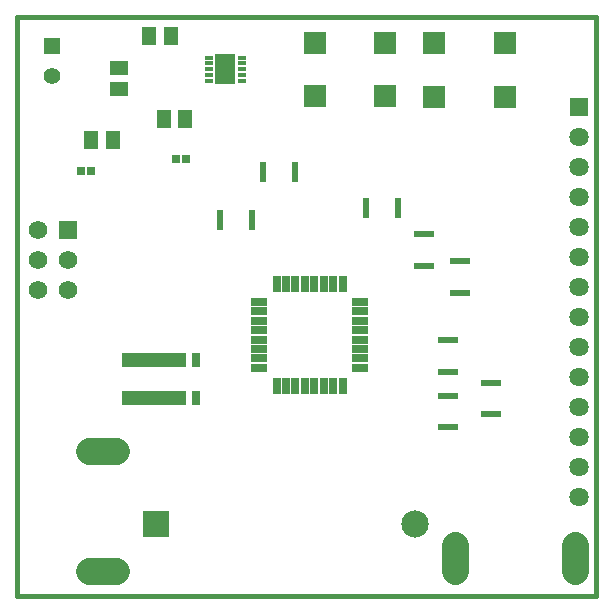
<source format=gts>
G75*
%MOIN*%
%OFA0B0*%
%FSLAX25Y25*%
%IPPOS*%
%LPD*%
%AMOC8*
5,1,8,0,0,1.08239X$1,22.5*
%
%ADD10C,0.01600*%
%ADD11R,0.04800X0.06100*%
%ADD12R,0.06100X0.04800*%
%ADD13R,0.05400X0.02600*%
%ADD14R,0.02600X0.05400*%
%ADD15R,0.07191X0.07191*%
%ADD16R,0.01975X0.06699*%
%ADD17R,0.02600X0.02800*%
%ADD18R,0.06699X0.01975*%
%ADD19R,0.06424X0.06424*%
%ADD20C,0.06424*%
%ADD21R,0.05550X0.05550*%
%ADD22C,0.05550*%
%ADD23R,0.06140X0.06140*%
%ADD24C,0.06140*%
%ADD25R,0.09081X0.09081*%
%ADD26C,0.09081*%
%ADD27C,0.09085*%
%ADD28R,0.02762X0.01345*%
%ADD29R,0.06896X0.09849*%
%ADD30R,0.03156X0.05124*%
%ADD31R,0.21660X0.05124*%
D10*
X0030519Y0038647D02*
X0030519Y0231560D01*
X0223432Y0231560D01*
X0223432Y0038647D01*
X0030519Y0038647D01*
D11*
X0055276Y0190734D03*
X0062376Y0190734D03*
X0079410Y0197584D03*
X0086510Y0197584D03*
X0081706Y0225300D03*
X0074606Y0225300D03*
D12*
X0064495Y0214756D03*
X0064495Y0207656D03*
D13*
X0111178Y0136718D03*
X0111178Y0133568D03*
X0111178Y0130419D03*
X0111178Y0127269D03*
X0111178Y0124119D03*
X0111178Y0120970D03*
X0111178Y0117820D03*
X0111178Y0114671D03*
X0144978Y0114671D03*
X0144978Y0117820D03*
X0144978Y0120970D03*
X0144978Y0124119D03*
X0144978Y0127269D03*
X0144978Y0130419D03*
X0144978Y0133568D03*
X0144978Y0136718D03*
D14*
X0139101Y0142594D03*
X0135952Y0142594D03*
X0132802Y0142594D03*
X0129652Y0142594D03*
X0126503Y0142594D03*
X0123353Y0142594D03*
X0120204Y0142594D03*
X0117054Y0142594D03*
X0117054Y0108794D03*
X0120204Y0108794D03*
X0123353Y0108794D03*
X0126503Y0108794D03*
X0129652Y0108794D03*
X0132802Y0108794D03*
X0135952Y0108794D03*
X0139101Y0108794D03*
D15*
X0129692Y0205379D03*
X0129692Y0223096D03*
X0153314Y0223096D03*
X0169456Y0222820D03*
X0169456Y0205104D03*
X0153314Y0205379D03*
X0193078Y0205104D03*
X0193078Y0222820D03*
D16*
X0157566Y0168056D03*
X0146936Y0168056D03*
X0123314Y0179867D03*
X0112684Y0179867D03*
X0108747Y0164119D03*
X0098117Y0164119D03*
D17*
X0086736Y0184395D03*
X0083436Y0184395D03*
X0055043Y0180458D03*
X0051743Y0180458D03*
D18*
X0166267Y0159237D03*
X0166267Y0148608D03*
X0178235Y0150340D03*
X0178235Y0139710D03*
X0174298Y0123962D03*
X0174298Y0113332D03*
X0174298Y0105458D03*
X0174298Y0094828D03*
X0188668Y0099159D03*
X0188668Y0109789D03*
D19*
X0217763Y0201678D03*
D20*
X0217763Y0191678D03*
X0217763Y0181678D03*
X0217763Y0171678D03*
X0217763Y0161678D03*
X0217763Y0151678D03*
X0217763Y0141678D03*
X0217763Y0131678D03*
X0217763Y0121678D03*
X0217763Y0111678D03*
X0217763Y0101678D03*
X0217763Y0091678D03*
X0217763Y0081678D03*
X0217763Y0071678D03*
D21*
X0042330Y0221993D03*
D22*
X0042330Y0211993D03*
D23*
X0047645Y0160812D03*
D24*
X0037645Y0160812D03*
X0037645Y0150812D03*
X0047645Y0150812D03*
X0047645Y0140812D03*
X0037645Y0140812D03*
D25*
X0077015Y0062604D03*
D26*
X0163235Y0062604D03*
D27*
X0176621Y0055745D02*
X0176621Y0047060D01*
X0216621Y0047060D02*
X0216621Y0055745D01*
X0063365Y0047072D02*
X0054680Y0047072D01*
X0054680Y0087072D02*
X0063365Y0087072D01*
D28*
X0094456Y0210261D03*
X0094456Y0212230D03*
X0094456Y0214198D03*
X0094456Y0216167D03*
X0094456Y0218135D03*
X0105479Y0218135D03*
X0105479Y0216167D03*
X0105479Y0214198D03*
X0105479Y0212230D03*
X0105479Y0210261D03*
D29*
X0099967Y0214198D03*
D30*
X0090164Y0117190D03*
X0090164Y0104592D03*
D31*
X0076188Y0104592D03*
X0076188Y0117190D03*
M02*

</source>
